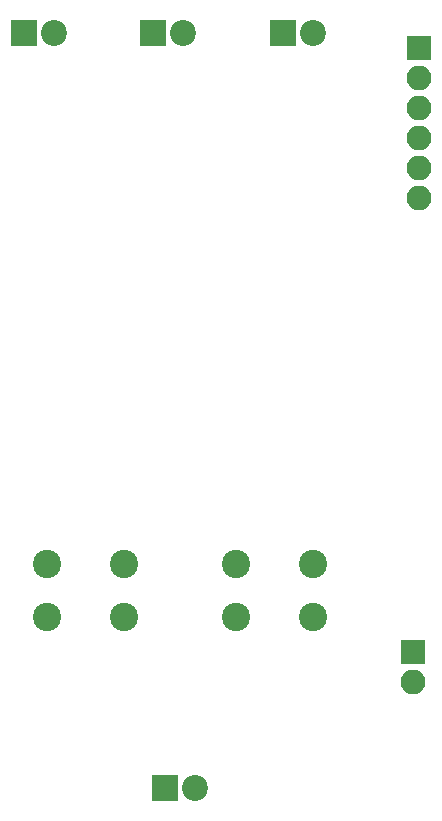
<source format=gbr>
G04 #@! TF.GenerationSoftware,KiCad,Pcbnew,(5.0.0)*
G04 #@! TF.CreationDate,2020-08-07T11:04:04-05:00*
G04 #@! TF.ProjectId,Church Controller,43687572636820436F6E74726F6C6C65,rev?*
G04 #@! TF.SameCoordinates,Original*
G04 #@! TF.FileFunction,Soldermask,Bot*
G04 #@! TF.FilePolarity,Negative*
%FSLAX46Y46*%
G04 Gerber Fmt 4.6, Leading zero omitted, Abs format (unit mm)*
G04 Created by KiCad (PCBNEW (5.0.0)) date 08/07/20 11:04:04*
%MOMM*%
%LPD*%
G01*
G04 APERTURE LIST*
%ADD10R,2.200000X2.200000*%
%ADD11C,2.200000*%
%ADD12R,2.100000X2.100000*%
%ADD13O,2.100000X2.100000*%
%ADD14C,2.400000*%
G04 APERTURE END LIST*
D10*
G04 #@! TO.C,D1*
X117000000Y-61000000D03*
D11*
X119540000Y-61000000D03*
G04 #@! TD*
D10*
G04 #@! TO.C,D2*
X128000000Y-61000000D03*
D11*
X130540000Y-61000000D03*
G04 #@! TD*
G04 #@! TO.C,D3*
X141540000Y-61000000D03*
D10*
X139000000Y-61000000D03*
G04 #@! TD*
D11*
G04 #@! TO.C,D4*
X131540000Y-125000000D03*
D10*
X129000000Y-125000000D03*
G04 #@! TD*
D12*
G04 #@! TO.C,J1*
X150000000Y-113460000D03*
D13*
X150000000Y-116000000D03*
G04 #@! TD*
D14*
G04 #@! TO.C,SW1*
X135000000Y-110500000D03*
X135000000Y-106000000D03*
X141500000Y-110500000D03*
X141500000Y-106000000D03*
G04 #@! TD*
G04 #@! TO.C,SW2*
X125500000Y-106000000D03*
X125500000Y-110500000D03*
X119000000Y-106000000D03*
X119000000Y-110500000D03*
G04 #@! TD*
D12*
G04 #@! TO.C,J2*
X150500000Y-62340000D03*
D13*
X150500000Y-64880000D03*
X150500000Y-67420000D03*
X150500000Y-69960000D03*
X150500000Y-72500000D03*
X150500000Y-75040000D03*
G04 #@! TD*
M02*

</source>
